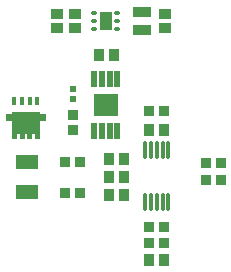
<source format=gbr>
%TF.GenerationSoftware,Altium Limited,Altium Designer,21.6.1 (37)*%
G04 Layer_Color=128*
%FSLAX45Y45*%
%MOMM*%
%TF.SameCoordinates,713E3131-B0EE-4415-9D9D-843BC13DAD56*%
%TF.FilePolarity,Positive*%
%TF.FileFunction,Paste,Bot*%
%TF.Part,Single*%
G01*
G75*
%TA.AperFunction,SMDPad,CuDef*%
%ADD16R,0.95000X1.00000*%
G04:AMPARAMS|DCode=18|XSize=0.45mm|YSize=0.3mm|CornerRadius=0.06mm|HoleSize=0mm|Usage=FLASHONLY|Rotation=180.000|XOffset=0mm|YOffset=0mm|HoleType=Round|Shape=RoundedRectangle|*
%AMROUNDEDRECTD18*
21,1,0.45000,0.18000,0,0,180.0*
21,1,0.33000,0.30000,0,0,180.0*
1,1,0.12000,-0.16500,0.09000*
1,1,0.12000,0.16500,0.09000*
1,1,0.12000,0.16500,-0.09000*
1,1,0.12000,-0.16500,-0.09000*
%
%ADD18ROUNDEDRECTD18*%
G04:AMPARAMS|DCode=19|XSize=1mm|YSize=1.6mm|CornerRadius=0.06mm|HoleSize=0mm|Usage=FLASHONLY|Rotation=180.000|XOffset=0mm|YOffset=0mm|HoleType=Round|Shape=RoundedRectangle|*
%AMROUNDEDRECTD19*
21,1,1.00000,1.48000,0,0,180.0*
21,1,0.88000,1.60000,0,0,180.0*
1,1,0.12000,-0.44000,0.74000*
1,1,0.12000,0.44000,0.74000*
1,1,0.12000,0.44000,-0.74000*
1,1,0.12000,-0.44000,-0.74000*
%
%ADD19ROUNDEDRECTD19*%
%ADD20R,1.00000X0.95000*%
%ADD21R,1.50000X0.90000*%
%ADD23R,0.42000X0.66000*%
%ADD24R,0.48000X0.48000*%
%ADD25R,1.85000X1.25000*%
G04:AMPARAMS|DCode=26|XSize=0.3mm|YSize=1.45mm|CornerRadius=0.033mm|HoleSize=0mm|Usage=FLASHONLY|Rotation=0.000|XOffset=0mm|YOffset=0mm|HoleType=Round|Shape=RoundedRectangle|*
%AMROUNDEDRECTD26*
21,1,0.30000,1.38400,0,0,0.0*
21,1,0.23400,1.45000,0,0,0.0*
1,1,0.06600,0.11700,-0.69200*
1,1,0.06600,-0.11700,-0.69200*
1,1,0.06600,-0.11700,0.69200*
1,1,0.06600,0.11700,0.69200*
%
%ADD26ROUNDEDRECTD26*%
G04:AMPARAMS|DCode=27|XSize=0.45mm|YSize=1.4mm|CornerRadius=0.0495mm|HoleSize=0mm|Usage=FLASHONLY|Rotation=0.000|XOffset=0mm|YOffset=0mm|HoleType=Round|Shape=RoundedRectangle|*
%AMROUNDEDRECTD27*
21,1,0.45000,1.30100,0,0,0.0*
21,1,0.35100,1.40000,0,0,0.0*
1,1,0.09900,0.17550,-0.65050*
1,1,0.09900,-0.17550,-0.65050*
1,1,0.09900,-0.17550,0.65050*
1,1,0.09900,0.17550,0.65050*
%
%ADD27ROUNDEDRECTD27*%
%TA.AperFunction,SMDPad,SMDef*%
G04:AMPARAMS|DCode=51|XSize=2mm|YSize=1.9mm|CornerRadius=0.05mm|HoleSize=0mm|Usage=FLASHONLY|Rotation=180.000|XOffset=0mm|YOffset=0mm|HoleType=Round|Shape=RoundedRectangle|*
%AMROUNDEDRECTD51*
21,1,2.00000,1.80000,0,0,180.0*
21,1,1.90000,1.90000,0,0,180.0*
1,1,0.10000,-0.95000,0.90000*
1,1,0.10000,0.95000,0.90000*
1,1,0.10000,0.95000,-0.90000*
1,1,0.10000,-0.95000,-0.90000*
%
%ADD51ROUNDEDRECTD51*%
%TA.AperFunction,SMDPad,CuDef*%
%ADD56R,0.87400X0.92400*%
%ADD57R,0.57000X0.47000*%
%ADD58R,0.92400X0.87400*%
G36*
X2242000Y4231000D02*
X2296500D01*
Y4174000D01*
X2242000D01*
Y4019000D01*
X2200000D01*
Y4066000D01*
X2177000D01*
Y4019000D01*
X2135000D01*
Y4066000D01*
X2112000D01*
Y4019000D01*
X2070000D01*
Y4066000D01*
X2047000D01*
Y4019000D01*
X2005000D01*
Y4174000D01*
X1950500D01*
Y4231000D01*
X2005000D01*
Y4249000D01*
X2242000D01*
Y4231000D01*
D02*
G37*
D16*
X2740000Y4730000D02*
D03*
X2865000D02*
D03*
X3292500Y3000000D02*
D03*
X3167500D02*
D03*
Y4100000D02*
D03*
X3292500D02*
D03*
X2952500Y3550000D02*
D03*
X2827500D02*
D03*
Y3850000D02*
D03*
X2952500D02*
D03*
Y3700000D02*
D03*
X2827500D02*
D03*
D18*
X2897500Y5020000D02*
D03*
Y4955000D02*
D03*
X2702500D02*
D03*
Y5085000D02*
D03*
X2897500D02*
D03*
X2702500Y5020000D02*
D03*
D19*
X2800000D02*
D03*
D20*
X3300000Y5082500D02*
D03*
Y4957500D02*
D03*
X2390000Y5082500D02*
D03*
Y4957500D02*
D03*
X2540000Y5082500D02*
D03*
Y4957500D02*
D03*
D21*
X3110000Y5100000D02*
D03*
Y4940000D02*
D03*
D23*
X2091000Y4346000D02*
D03*
X2221000D02*
D03*
X2156000D02*
D03*
X2026000D02*
D03*
D24*
X2123500Y4202500D02*
D03*
D25*
X2130000Y3827500D02*
D03*
Y3572500D02*
D03*
D26*
X3130000Y3490000D02*
D03*
X3180000D02*
D03*
X3330000Y3930000D02*
D03*
Y3490000D02*
D03*
X3280000D02*
D03*
X3230000D02*
D03*
Y3930000D02*
D03*
X3280000D02*
D03*
X3180000D02*
D03*
X3130000D02*
D03*
D27*
X2897500Y4090000D02*
D03*
X2832500D02*
D03*
X2767500D02*
D03*
X2702500D02*
D03*
X2832500Y4530000D02*
D03*
X2897500D02*
D03*
X2767500D02*
D03*
X2702500D02*
D03*
D51*
X2800000Y4310000D02*
D03*
D56*
X3647500Y3670000D02*
D03*
X3772500D02*
D03*
Y3820000D02*
D03*
X3647500D02*
D03*
X3292500Y3140000D02*
D03*
X3167500D02*
D03*
Y3280000D02*
D03*
X3292500D02*
D03*
X2457500Y3830000D02*
D03*
X2582500D02*
D03*
X2457500Y3560000D02*
D03*
X2582500D02*
D03*
X3167500Y4260000D02*
D03*
X3292500D02*
D03*
D57*
X2520000Y4442500D02*
D03*
Y4357500D02*
D03*
D58*
Y4097500D02*
D03*
Y4222500D02*
D03*
%TF.MD5,bb671bd0115b70bd0256574232390efd*%
M02*

</source>
